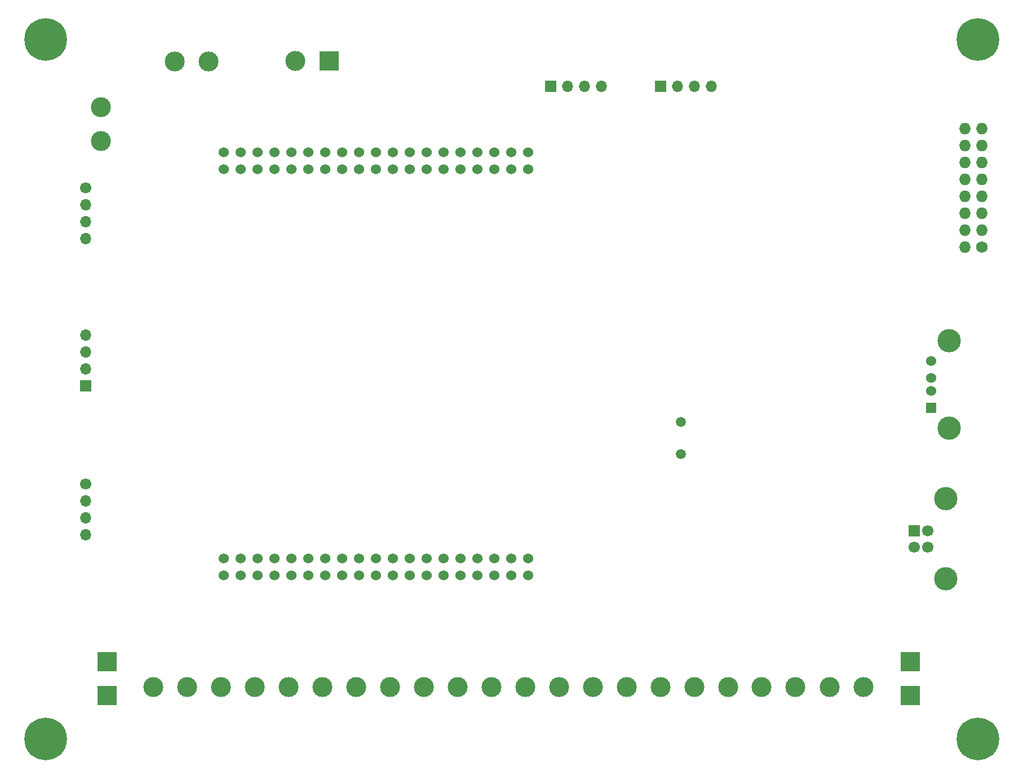
<source format=gbr>
%TF.GenerationSoftware,KiCad,Pcbnew,5.99.0+really5.1.10+dfsg1-1*%
%TF.CreationDate,2022-01-03T15:11:42+11:00*%
%TF.ProjectId,els,656c732e-6b69-4636-9164-5f7063625858,v0.1*%
%TF.SameCoordinates,PX3938700PY8a48640*%
%TF.FileFunction,Soldermask,Bot*%
%TF.FilePolarity,Negative*%
%FSLAX46Y46*%
G04 Gerber Fmt 4.6, Leading zero omitted, Abs format (unit mm)*
G04 Created by KiCad (PCBNEW 5.99.0+really5.1.10+dfsg1-1) date 2022-01-03 15:11:42*
%MOMM*%
%LPD*%
G01*
G04 APERTURE LIST*
%ADD10C,3.000000*%
%ADD11R,3.000000X3.000000*%
%ADD12C,1.530000*%
%ADD13C,6.400000*%
%ADD14C,1.524000*%
%ADD15R,1.524000X1.524000*%
%ADD16C,3.500000*%
%ADD17C,1.500000*%
%ADD18C,1.700000*%
%ADD19R,1.700000X1.700000*%
%ADD20O,1.700000X1.700000*%
%ADD21O,1.727200X1.727200*%
%ADD22C,1.727200*%
G04 APERTURE END LIST*
D10*
%TO.C,J20*%
X97480000Y7840000D03*
X102560000Y7840000D03*
%TD*%
%TO.C,J20*%
X112593000Y7840000D03*
X107513000Y7840000D03*
%TD*%
D11*
%TO.C,J22*%
X42616000Y101820000D03*
D10*
X37536000Y101820000D03*
%TD*%
D12*
%TO.C,U1*%
X26750000Y24550000D03*
X29290000Y24550000D03*
X29290000Y27090000D03*
X31830000Y24550000D03*
X31830000Y27090000D03*
X34370000Y24550000D03*
X34370000Y27090000D03*
X36910000Y24550000D03*
X36910000Y27090000D03*
X39450000Y24550000D03*
X39450000Y27090000D03*
X41990000Y24550000D03*
X41990000Y27090000D03*
X44530000Y24550000D03*
X44530000Y27090000D03*
X47070000Y24550000D03*
X47070000Y27090000D03*
X49610000Y24550000D03*
X49610000Y27090000D03*
X52150000Y24550000D03*
X52150000Y27090000D03*
X54690000Y24550000D03*
X54690000Y27090000D03*
X57230000Y24550000D03*
X57230000Y27090000D03*
X59770000Y24550000D03*
X59770000Y27090000D03*
X62310000Y24550000D03*
X62310000Y27090000D03*
X64850000Y24550000D03*
X64850000Y27090000D03*
X67390000Y24550000D03*
X67390000Y27090000D03*
X69930000Y24550000D03*
X69930000Y27090000D03*
X72470000Y24550000D03*
X26750000Y27090000D03*
X72470000Y27090000D03*
X26750000Y85510000D03*
X29290000Y85510000D03*
X29290000Y88050000D03*
X31830000Y85510000D03*
X31830000Y88050000D03*
X34370000Y85510000D03*
X34370000Y88050000D03*
X36910000Y85510000D03*
X36910000Y88050000D03*
X39450000Y85510000D03*
X39450000Y88050000D03*
X41990000Y85510000D03*
X41990000Y88050000D03*
X44530000Y85510000D03*
X44530000Y88050000D03*
X47070000Y85510000D03*
X47070000Y88050000D03*
X49610000Y85510000D03*
X49610000Y88050000D03*
X52150000Y85510000D03*
X52150000Y88050000D03*
X54690000Y85510000D03*
X54690000Y88050000D03*
X57230000Y85510000D03*
X57230000Y88050000D03*
X59770000Y85510000D03*
X59770000Y88050000D03*
X62310000Y85510000D03*
X62310000Y88050000D03*
X64850000Y85510000D03*
X64850000Y88050000D03*
X67390000Y85510000D03*
X67390000Y88050000D03*
X69930000Y85510000D03*
X69930000Y88050000D03*
X72470000Y85510000D03*
X26750000Y88050000D03*
X72470000Y88050000D03*
%TD*%
D13*
%TO.C,REF\u002A\u002A*%
X0Y0D03*
%TD*%
%TO.C,REF\u002A\u002A*%
X140000000Y0D03*
%TD*%
%TO.C,REF\u002A\u002A*%
X140000000Y105000000D03*
%TD*%
%TO.C,REF\u002A\u002A*%
X0Y105000000D03*
%TD*%
D11*
%TO.C,J21*%
X9215000Y11650000D03*
X9215000Y6570000D03*
%TD*%
D10*
%TO.C,J20*%
X117800000Y7840000D03*
X122880000Y7840000D03*
%TD*%
D14*
%TO.C,J19*%
X133040000Y56750000D03*
X133040000Y54250000D03*
X133040000Y52250000D03*
D15*
X133040000Y49750000D03*
D16*
X135750000Y46680000D03*
X135750000Y59820000D03*
%TD*%
D17*
%TO.C,Y1*%
X95448000Y47645000D03*
X95448000Y42765000D03*
%TD*%
D16*
%TO.C,J18*%
X135210000Y24030000D03*
X135210000Y36070000D03*
D18*
X132500000Y31300000D03*
X132500000Y28800000D03*
X130500000Y28800000D03*
D19*
X130500000Y31300000D03*
%TD*%
D20*
%TO.C,J17*%
X6040000Y75150000D03*
X6040000Y77690000D03*
X6040000Y80230000D03*
D18*
X6040000Y82770000D03*
%TD*%
D20*
%TO.C,J16*%
X6040000Y30700000D03*
X6040000Y33240000D03*
X6040000Y35780000D03*
D18*
X6040000Y38320000D03*
%TD*%
D20*
%TO.C,J15*%
X6040000Y60672000D03*
X6040000Y58132000D03*
X6040000Y55592000D03*
D19*
X6040000Y53052000D03*
%TD*%
D20*
%TO.C,J14*%
X83510000Y98010000D03*
X80970000Y98010000D03*
X78430000Y98010000D03*
D19*
X75890000Y98010000D03*
%TD*%
D20*
%TO.C,J13*%
X100020000Y98010000D03*
X97480000Y98010000D03*
X94940000Y98010000D03*
D19*
X92400000Y98010000D03*
%TD*%
D21*
%TO.C,J12*%
X138120000Y91660000D03*
X140660000Y91660000D03*
X138120000Y89120000D03*
X140660000Y89120000D03*
X138120000Y86580000D03*
X140660000Y86580000D03*
X138120000Y84040000D03*
X140660000Y84040000D03*
X138120000Y81500000D03*
X140660000Y81500000D03*
X138120000Y78960000D03*
X140660000Y78960000D03*
X138120000Y76420000D03*
X140660000Y76420000D03*
X138120000Y73880000D03*
D22*
X140660000Y73880000D03*
%TD*%
D11*
%TO.C,J11*%
X129865000Y6570000D03*
X129865000Y11650000D03*
%TD*%
D10*
%TO.C,J10*%
X16200000Y7840000D03*
X21280000Y7840000D03*
%TD*%
%TO.C,J9*%
X26360000Y7840000D03*
X31440000Y7840000D03*
%TD*%
%TO.C,J8*%
X36520000Y7840000D03*
X41600000Y7840000D03*
%TD*%
%TO.C,J7*%
X46680000Y7840000D03*
X51760000Y7840000D03*
%TD*%
%TO.C,J6*%
X56840000Y7840000D03*
X61920000Y7840000D03*
%TD*%
%TO.C,J5*%
X67000000Y7840000D03*
X72080000Y7840000D03*
%TD*%
%TO.C,J4*%
X77160000Y7840000D03*
X82240000Y7840000D03*
%TD*%
%TO.C,J3*%
X87320000Y7840000D03*
X92400000Y7840000D03*
%TD*%
%TO.C,J2*%
X8326000Y94835000D03*
X8326000Y89755000D03*
%TD*%
%TO.C,J1*%
X24455000Y101693000D03*
X19375000Y101693000D03*
%TD*%
M02*

</source>
